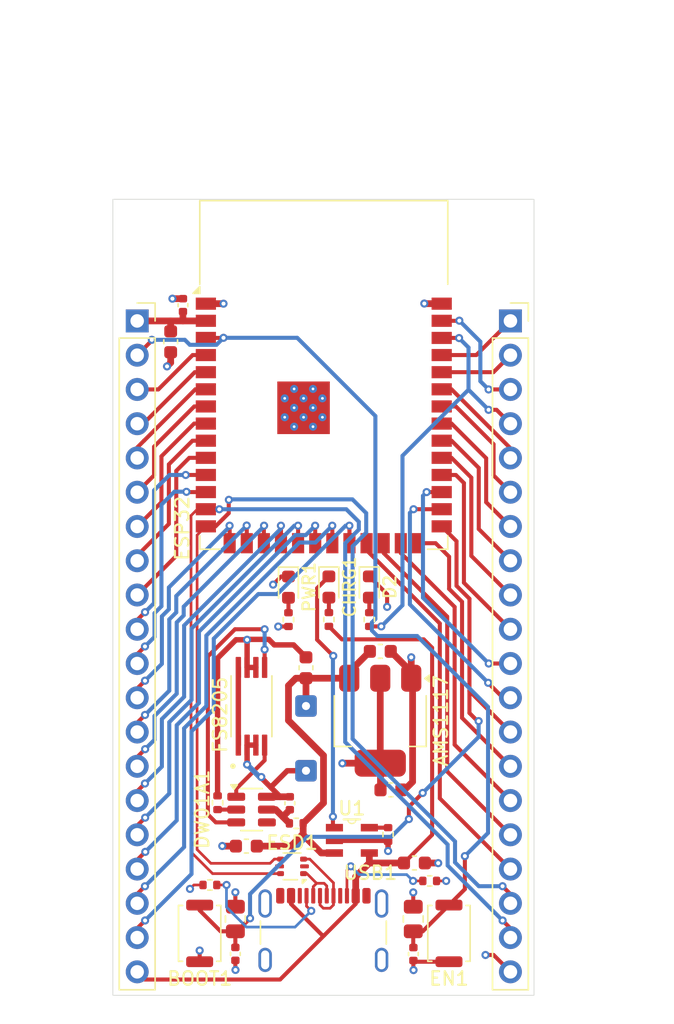
<source format=kicad_pcb>
(kicad_pcb (version 20240108) (generator "pcbnew") (generator_version "8.0")
  (layers (0 "F.Cu" signal) (1 "In1.Cu" power) (2 "In2.Cu" power) (31 "B.Cu" signal) (34 "B.Paste" user) (35 "F.Paste" user) (36 "B.SilkS" user "B.Silkscreen") (37 "F.SilkS" user "F.Silkscreen") (38 "B.Mask" user) (39 "F.Mask" user) (44 "Edge.Cuts" user))
  (net 0 "")
  (net 1 "GND")
  (net 2 "D0")
  (net 3 "+3.3V")
  (net 4 "EN")
  (net 5 "B+")
  (net 6 "B-")
  (net 7 "Net-(DW01A1-VCC)")
  (net 8 "+5V")
  (net 9 "Net-(CHRG1-K)")
  (net 10 "Net-(CHRG1-A)")
  (net 11 "Net-(D2-A)")
  (net 12 "Net-(DW01A1-CS)")
  (net 13 "Net-(DW01A1-OD)")
  (net 14 "Net-(DW01A1-OC)")
  (net 16 "D+")
  (net 17 "Net-(ESD1-I{slash}O2-Pad3)")
  (net 18 "D-")
  (net 19 "Net-(ESD1-I{slash}O1-Pad1)")
  (net 20 "D7")
  (net 21 "D14")
  (net 22 "D12")
  (net 23 "D38")
  (net 24 "D41")
  (net 25 "D36")
  (net 26 "D45")
  (net 27 "TX")
  (net 28 "D3")
  (net 29 "RX")
  (net 30 "D37")
  (net 31 "D17")
  (net 32 "D42")
  (net 33 "D8")
  (net 34 "D4")
  (net 35 "D16")
  (net 36 "D1")
  (net 37 "D10")
  (net 38 "D13")
  (net 39 "D40")
  (net 40 "D35")
  (net 41 "D5")
  (net 42 "D18")
  (net 43 "D2")
  (net 44 "D39")
  (net 45 "D9")
  (net 46 "D47")
  (net 47 "D15")
  (net 48 "D11")
  (net 49 "D21")
  (net 50 "D48")
  (net 51 "D46")
  (net 52 "D6")
  (net 53 "Net-(FS8205-Pad1)")
  (net 54 "Net-(PWR1-A)")
  (net 55 "Net-(USB1-CC1)")
  (net 56 "Net-(USB1-CC2)")
  (net 57 "Net-(U1-PROG)")
  (footprint "Capacitor_SMD:C_0603_1608Metric" (layer "F.Cu") (at 142.965 102.13 180)
    (property "Reference" "C5")
    (property "Value" "4.7uf")
  )
  (footprint "Resistor_SMD:R_0402_1005Metric" (layer "F.Cu") (at 146.09 85.335 90)
    (property "Reference" "R16")
    (property "Value" "1k")
  )
  (footprint "FS8205A:SOP65P640X120-8N" (layer "F.Cu") (at 143.345 91.76 90)
    (property "Reference" "FS8205")
    (property "Value" "FS8205A")
  )
  (footprint "Resistor_SMD:R_0402_1005Metric" (layer "F.Cu") (at 140.83 98.91 90)
    (property "Reference" "R7")
    (property "Value" "1k")
  )
  (footprint "Resistor_SMD:R_0805_2012Metric" (layer "F.Cu") (at 155.35 107.5325 -90)
    (property "Reference" "R3")
    (property "Value" "10k")
  )
  (footprint "Resistor_SMD:R_0402_1005Metric" (layer "F.Cu") (at 140.26 105.01 180)
    (property "Reference" "R1")
    (property "Value" "5k1")
  )
  (footprint "MCP73831T-5ACI_OT:SOT95P280X145-5N" (layer "F.Cu") (at 150.7954 101.7)
    (property "Reference" "U1")
    (property "Value" "MCP73831T-5ACI_OT")
  )
  (footprint "Button_Switch_SMD:SW_Push_SPST_NO_Alps_SKRK" (layer "F.Cu") (at 139.5 108.6 90)
    (property "Reference" "BOOT1")
    (property "Value" "SW_SPST")
  )
  (footprint "Connector_Wire:SolderWire-0.1sqmm_1x01_D0.4mm_OD1mm" (layer "F.Cu") (at 147.39 96.54)
    (property "Reference" "J3")
    (property "Value" "Conn_01x01")
  )
  (footprint "Capacitor_SMD:C_0402_1005Metric" (layer "F.Cu") (at 138.26 62.02 90)
    (property "Reference" "C2")
    (property "Value" "0.1uf")
  )
  (footprint "Package_TO_SOT_SMD:SOT-666" (layer "F.Cu") (at 146.355 103.63 180)
    (property "Reference" "ESD1")
    (property "Value" "USBLC6-2P6")
  )
  (footprint "LED_SMD:LED_0603_1608Metric" (layer "F.Cu") (at 152.09 82.9175 -90)
    (property "Reference" "D2")
    (property "Value" "RED LED")
  )
  (footprint "Resistor_SMD:R_0805_2012Metric" (layer "F.Cu") (at 142.15 107.5325 -90)
    (property "Reference" "R15")
    (property "Value" "10k")
  )
  (footprint "Connector_Wire:SolderWire-0.1sqmm_1x01_D0.4mm_OD1mm" (layer "F.Cu") (at 147.39 91.74)
    (property "Reference" "J2")
    (property "Value" "Conn_01x01")
  )
  (footprint "Capacitor_SMD:C_0402_1005Metric" (layer "F.Cu") (at 142.15 110.12 -90)
    (property "Reference" "C4")
    (property "Value" "0.1uf")
  )
  (footprint "Resistor_SMD:R_0402_1005Metric" (layer "F.Cu") (at 152.09 85.33 90)
    (property "Reference" "R6")
    (property "Value" "1k")
  )
  (footprint "LED_SMD:LED_0603_1608Metric" (layer "F.Cu") (at 146.09 82.9275 -90)
    (property "Reference" "PWR1")
    (property "Value" "BLUE LED")
  )
  (footprint "Connector_PinSocket_2.54mm:PinSocket_1x20_P2.54mm_Vertical" (layer "F.Cu") (at 134.865 63.19)
    (property "Reference" "J1")
    (property "Value" "Conn_01x20_Socket")
  )
  (footprint "Resistor_SMD:R_0402_1005Metric" (layer "F.Cu") (at 146.67 100.44)
    (property "Reference" "R8")
    (property "Value" "100R")
  )
  (footprint "Package_TO_SOT_SMD:SOT-223-3_TabPin2" (layer "F.Cu") (at 152.9 92.83 -90)
    (property "Reference" "AMS1117")
    (property "Value" "AMS1117-3.3")
  )
  (footprint "Package_TO_SOT_SMD:SOT-23-6" (layer "F.Cu") (at 143.3525 99.42)
    (property "Reference" "DW01A1")
    (property "Value" "DW01A")
  )
  (footprint "Capacitor_SMD:C_0402_1005Metric" (layer "F.Cu") (at 146.19 98.95 90)
    (property "Reference" "C6")
    (property "Value" "1uf")
  )
  (footprint "Button_Switch_SMD:SW_Push_SPST_NO_Alps_SKRK" (layer "F.Cu") (at 158 108.6 90)
    (property "Reference" "EN1")
    (property "Value" "SW_SPST")
  )
  (footprint "Connector_PinSocket_2.54mm:PinSocket_1x20_P2.54mm_Vertical" (layer "F.Cu") (at 162.56 63.19)
    (property "Reference" "J4")
    (property "Value" "Conn_01x20_Socket")
  )
  (footprint "Resistor_SMD:R_0402_1005Metric" (layer "F.Cu") (at 149.09 85.325 -90)
    (property "Reference" "R5")
    (property "Value" "1k")
  )
  (footprint "Capacitor_SMD:C_0603_1608Metric" (layer "F.Cu") (at 153.695 97.96)
    (property "Reference" "C8")
    (property "Value" "4.7uf")
  )
  (footprint "Connector_USB:USB_C_Receptacle_GCT_USB4105-xx-A_16P_TopMnt_Horizontal" (layer "F.Cu") (at 148.68 109.49)
    (property "Reference" "USB1")
    (property "Value" "USB_C_Receptacle_USB2.0_14P")
  )
  (footprint "Capacitor_SMD:C_0603_1608Metric" (layer "F.Cu") (at 137.35 64.735 -90)
    (property "Reference" "C1")
    (property "Value" "10uf")
  )
  (footprint "RF_Module:ESP32-S3-WROOM-1" (layer "F.Cu") (at 148.71 67.17)
    (property "Reference" "ESP32")
    (property "Value" "ESP32-S3-WROOM-1")
  )
  (footprint "Resistor_SMD:R_0402_1005Metric" (layer "F.Cu") (at 156.57 104.71)
    (property "Reference" "R2")
    (property "Value" "5k1")
  )
  (footprint "LED_SMD:LED_0603_1608Metric" (layer "F.Cu") (at 149.09 82.9175 -90)
    (property "Reference" "CHRG1")
    (property "Value" "GREEN LED")
  )
  (footprint "Resistor_SMD:R_0402_1005Metric" (layer "F.Cu") (at 153.48 101.27 90)
    (property "Reference" "R4")
    (property "Value" "2k")
  )
  (footprint "Capacitor_SMD:C_0402_1005Metric" (layer "F.Cu") (at 155.36 110.13 -90)
    (property "Reference" "C3")
    (property "Value" "0.1uf")
  )
  (footprint "Capacitor_SMD:C_0603_1608Metric" (layer "F.Cu") (at 155.435 103.38 180)
    (property "Reference" "C13")
    (property "Value" "4.7uf")
  )
  (footprint "Capacitor_SMD:C_0603_1608Metric" (layer "F.Cu") (at 152.905 87.69)
    (property "Reference" "C7")
    (property "Value" "4.7uf")
  )
  (footprint "Capacitor_SMD:C_0603_1608Metric" (layer "F.Cu") (at 147.39 88.905 -90)
    (property "Reference" "C9")
    (property "Value" "10uf")
  )
  (gr_rect (start 133.06 54.17) (end 164.31 113.19) (stroke (width 0.05)) (fill none) (layer "Edge.Cuts"))
  (segment (start 142.15 111.3) (end 142.16 111.31) (width 0.3) (layer "F.Cu") (net 1))
  (segment (start 146.47 87.21) (end 147.39 88.13) (width 0.4) (layer "F.Cu") (net 1))
  (segment (start 140.83 98.4) (end 140.83 88.192218) (width 0.4) (layer "F.Cu") (net 1))
  (segment (start 157.46 61.91) (end 156.18 61.91) (width 0.5) (layer "F.Cu") (net 1))
  (segment (start 155.2 89.68) (end 155.3 89.78) (width 0.5) (layer "F.Cu") (net 1))
  (segment (start 141.19 102.13) (end 141.18 102.12) (width 0.5) (layer "F.Cu") (net 1))
  (segment (start 138.26 61.54) (end 137.48 61.54) (width 0.5) (layer "F.Cu") (net 1))
  (segment (start 138.781284 105.301284) (end 139.072568 105.01) (width 0.2) (layer "F.Cu") (net 1))
  (segment (start 140.83 88.192218) (end 142.192218 86.83) (width 0.4) (layer "F.Cu") (net 1))
  (segment (start 145.55 82.14) (end 146.09 82.14) (width 0.3) (layer "F.Cu") (net 1))
  (segment (start 142.19 102.13) (end 141.19 102.13) (width 0.5) (layer "F.Cu") (net 1))
  (segment (start 139.072568 105.01) (end 139.75 105.01) (width 0.2) (layer "F.Cu") (net 1))
  (segment (start 160.71 110.2) (end 161.31 110.2) (width 0.3) (layer "F.Cu") (net 1))
  (segment (start 153.41 83.45) (end 152.09 82.13) (width 0.3) (layer "F.Cu") (net 1))
  (segment (start 143.05 86.8) (end 144.630661 86.8) (width 0.4) (layer "F.Cu") (net 1))
  (segment (start 155.36 110.61) (end 155.36 111.31) (width 0.3) (layer "F.Cu") (net 1))
  (segment (start 153.48 101.78) (end 153.48 102.49) (width 0.4) (layer "F.Cu") (net 1))
  (segment (start 143.02 86.83) (end 143.05 86.8) (width 0.4) (layer "F.Cu") (net 1))
  (segment (start 161.31 110.2) (end 162.56 111.45) (width 0.3) (layer "F.Cu") (net 1))
  (segment (start 142.15 110.6) (end 142.15 111.3) (width 0.3) (layer "F.Cu") (net 1))
  (segment (start 155.45 110.7) (end 155.36 110.61) (width 0.3) (layer "F.Cu") (net 1))
  (segment (start 145.040661 87.21) (end 146.47 87.21) (width 0.4) (layer "F.Cu") (net 1))
  (segment (start 137.35 66.29) (end 137.08 66.56) (width 0.5) (layer "F.Cu") (net 1))
  (segment (start 157.08 104.71) (end 157.79 104.71) (width 0.2) (layer "F.Cu") (net 1))
  (segment (start 155.2 89.68) (end 155.2 89.21) (width 0.5) (layer "F.Cu") (net 1))
  (segment (start 156.21 103.38) (end 157.19 103.38) (width 0.5) (layer "F.Cu") (net 1))
  (segment (start 156.18 61.91) (end 156.17 61.9) (width 0.5) (layer "F.Cu") (net 1))
  (segment (start 149.5 101.7) (end 153.4 101.7) (width 0.4) (layer "F.Cu") (net 1))
  (segment (start 154.7 97.96) (end 155.3 97.36) (width 0.5) (layer "F.Cu") (net 1))
  (segment (start 154.47 97.96) (end 154.7 97.96) (width 0.5) (layer "F.Cu") (net 1))
  (segment (start 143.02 88.88) (end 143.67 88.88) (width 0.4) (layer "F.Cu") (net 1))
  (segment (start 157.19 103.38) (end 157.2 103.39) (width 0.5) (layer "F.Cu") (net 1))
  (segment (start 139.5 110.7) (end 139.5 109.87) (width 0.3) (layer "F.Cu") (net 1))
  (segment (start 155.3 89.78) (end 155.3 97.36) (width 0.5) (layer "F.Cu") (net 1))
  (segment (start 144.630661 86.8) (end 145.040661 87.21) (width 0.4) (layer "F.Cu") (net 1))
  (segment (start 143.02 86.83) (end 143.02 88.88) (width 0.4) (layer "F.Cu") (net 1))
  (segment (start 142.192218 86.83) (end 143.02 86.83) (width 0.4) (layer "F.Cu") (net 1))
  (segment (start 153.41 84.39) (end 153.41 83.45) (width 0.3) (layer "F.Cu") (net 1))
  (segment (start 158 110.7) (end 155.45 110.7) (width 0.3) (layer "F.Cu") (net 1))
  (segment (start 137.35 65.51) (end 137.35 66.29) (width 0.5) (layer "F.Cu") (net 1))
  (segment (start 139.96 61.91) (end 141.27 61.91) (width 0.5) (layer "F.Cu") (net 1))
  (segment (start 155.2 89.21) (end 153.68 87.69) (width 0.5) (layer "F.Cu") (net 1))
  (segment (start 153.4 101.7) (end 153.48 101.78) (width 0.3) (layer "F.Cu") (net 1))
  (segment (start 155.36 111.31) (end 155.37 111.32) (width 0.3) (layer "F.Cu") (net 1))
  (segment (start 144.95 82.74) (end 145.55 82.14) (width 0.3) (layer "F.Cu") (net 1))
  (segment (start 155.2 88.13) (end 155.2 89.68) (width 0.5) (layer "F.Cu") (net 1))
  (via (at 142.16 111.31) (size 0.6) (drill 0.3) (layers "F.Cu" "B.Cu") (net 1))
  (via (at 157.2 103.39) (size 0.6) (drill 0.3) (layers "F.Cu" "B.Cu") (net 1))
  (via (at 157.79 104.71) (size 0.6) (drill 0.3) (layers "F.Cu" "B.Cu") (net 1))
  (via (at 144.95 82.74) (size 0.6) (drill 0.3) (layers "F.Cu" "B.Cu") (net 1))
  (via (at 137.48 61.54) (size 0.6) (drill 0.3) (layers "F.Cu" "B.Cu") (net 1))
  (via (at 138.781284 105.301284) (size 0.6) (drill 0.3) (layers "F.Cu" "B.Cu") (net 1))
  (via (at 139.5 109.87) (size 0.6) (drill 0.3) (layers "F.Cu" "B.Cu") (net 1))
  (via (at 155.37 111.32) (size 0.6) (drill 0.3) (layers "F.Cu" "B.Cu") (net 1))
  (via (at 160.71 110.2) (size 0.6) (drill 0.3) (layers "F.Cu" "B.Cu") (net 1))
  (via (at 155.2 88.13) (size 0.6) (drill 0.3) (layers "F.Cu" "B.Cu") (net 1))
  (via (at 141.18 102.12) (size 0.6) (drill 0.3) (layers "F.Cu" "B.Cu") (net 1))
  (via (at 141.27 61.91) (size 0.6) (drill 0.3) (layers "F.Cu" "B.Cu") (net 1))
  (via (at 153.41 84.39) (size 0.6) (drill 0.3) (layers "F.Cu" "B.Cu") (net 1))
  (via (at 143.02 86.83) (size 0.6) (drill 0.3) (layers "F.Cu" "B.Cu") (net 1))
  (via (at 137.08 66.56) (size 0.6) (drill 0.3) (layers "F.Cu" "B.Cu") (net 1))
  (via (at 153.48 102.49) (size 0.6) (drill 0.3) (layers "F.Cu" "B.Cu") (net 1))
  (via (at 156.17 61.9) (size 0.6) (drill 0.3) (layers "F.Cu" "B.Cu") (net 1))
  (segment (start 157.46 78.42) (end 158.56 79.52) (width 0.3) (layer "F.Cu") (net 2))
  (segment (start 160.2 92.860051) (end 160.120051 92.860051) (width 0.3) (layer "F.Cu") (net 2))
  (segment (start 139.5 106.5) (end 139.5 106.89) (width 0.3) (layer "F.Cu") (net 2))
  (segment (start 160.120051 92.860051) (end 159.52 92.26) (width 0.3) (layer "F.Cu") (net 2))
  (segment (start 142.275 108.445) (end 143.24 107.48) (width 0.3) (layer "F.Cu") (net 2))
  (segment (start 158.56 82.827818) (end 159.52 83.787818) (width 0.3) (layer "F.Cu") (net 2))
  (segment (start 142.15 108.445) (end 142.275 108.445) (width 0.3) (layer "F.Cu") (net 2))
  (segment (start 139.5 106.89) (end 141.055 108.445) (width 0.3) (layer "F.Cu") (net 2))
  (segment (start 159.52 83.787818) (end 159.52 90.63) (width 0.3) (layer "F.Cu") (net 2))
  (segment (start 141.055 108.445) (end 142.15 108.445) (width 0.3) (layer "F.Cu") (net 2))
  (segment (start 159.52 92.26) (end 159.52 90.63) (width 0.3) (layer "F.Cu") (net 2))
  (segment (start 155.025025 99.212084) (end 156.05 98.187109) (width 0.3) (layer "F.Cu") (net 2))
  (segment (start 158.56 79.52) (end 158.56 82.827818) (width 0.3) (layer "F.Cu") (net 2))
  (segment (start 159.52 90.63) (end 162.56 93.67) (width 0.3) (layer "F.Cu") (net 2))
  (segment (start 155.025025 100.124975) (end 155.025025 99.212084) (width 0.3) (layer "F.Cu") (net 2))
  (segment (start 142.15 108.445) (end 142.15 109.64) (width 0.3) (layer "F.Cu") (net 2))
  (via (at 160.2 92.860051) (size 0.6) (drill 0.3) (layers "F.Cu" "B.Cu") (net 2))
  (via (at 156.05 98.187109) (size 0.6) (drill 0.3) (layers "F.Cu" "B.Cu") (net 2))
  (via (at 143.24 107.48) (size 0.6) (drill 0.3) (layers "F.Cu" "B.Cu") (net 2))
  (via (at 155.025025 100.124975) (size 0.6) (drill 0.3) (layers "F.Cu" "B.Cu") (net 2))
  (segment (start 153.7101 101.4399) (end 155.025025 100.124975) (width 0.3) (layer "B.Cu") (net 2))
  (segment (start 160.2 92.860051) (end 160.2 94.037109) (width 0.3) (layer "B.Cu") (net 2))
  (segment (start 147.482308 101.4399) (end 153.7101 101.4399) (width 0.3) (layer "B.Cu") (net 2))
  (segment (start 143.24 105.682208) (end 147.482308 101.4399) (width 0.3) (layer "B.Cu") (net 2))
  (segment (start 160.2 94.037109) (end 156.05 98.187109) (width 0.3) (layer "B.Cu") (net 2))
  (segment (start 143.24 107.48) (end 143.24 105.682208) (width 0.3) (layer "B.Cu") (net 2))
  (segment (start 137.34 63.19) (end 138.26 63.19) (width 0.5) (layer "F.Cu") (net 3))
  (segment (start 139.95 63.19) (end 139.96 63.18) (width 0.5) (layer "F.Cu") (net 3))
  (segment (start 152.9 95.98) (end 150.1 95.98) (width 0.5) (layer "F.Cu") (net 3))
  (segment (start 155.35 106.62) (end 155.35 105.56) (width 0.3) (layer "F.Cu") (net 3))
  (segment (start 152.92 96) (end 152.9 95.98) (width 0.5) (layer "F.Cu") (net 3))
  (segment (start 150.1 95.98) (end 150.09 95.99) (width 0.5) (layer "F.Cu") (net 3))
  (segment (start 145.335 85.845) (end 145.33 85.85) (width 0.3) (layer "F.Cu") (net 3))
  (segment (start 138.26 62.5) (end 138.26 63.19) (width 0.5) (layer "F.Cu") (net 3))
  (segment (start 152.92 97.96) (end 152.92 96) (width 0.5) (layer "F.Cu") (net 3))
  (segment (start 152.9 89.68) (end 152.9 95.98) (width 0.5) (layer "F.Cu") (net 3))
  (segment (start 137.35 63.2) (end 137.34 63.19) (width 0.5) (layer "F.Cu") (net 3))
  (segment (start 134.865 63.19) (end 137.34 63.19) (width 0.5) (layer "F.Cu") (net 3))
  (segment (start 138.26 63.19) (end 139.95 63.19) (width 0.5) (layer "F.Cu") (net 3))
  (segment (start 142.15 106.62) (end 142.15 105.55) (width 0.3) (layer "F.Cu") (net 3))
  (segment (start 146.09 85.845) (end 145.335 85.845) (width 0.3) (layer "F.Cu") (net 3))
  (segment (start 137.35 63.96) (end 137.35 63.2) (width 0.5) (layer "F.Cu") (net 3))
  (via (at 155.35 105.56) (size 0.6) (drill 0.3) (layers "F.Cu" "B.Cu") (net 3))
  (via (at 145.33 85.85) (size 0.6) (drill 0.3) (layers "F.Cu" "B.Cu") (net 3))
  (via (at 142.15 105.55) (size 0.6) (drill 0.3) (layers "F.Cu" "B.Cu") (net 3))
  (via (at 150.09 95.99) (size 0.6) (drill 0.3) (layers "F.Cu" "B.Cu") (net 3))
  (segment (start 155.35 108.445) (end 155.35 109.64) (width 0.3) (layer "F.Cu") (net 4))
  (segment (start 141.26 64.45) (end 141.27 64.44) (width 0.3) (layer "F.Cu") (net 4))
  (segment (start 158 106.5) (end 159.18 105.32) (width 0.3) (layer "F.Cu") (net 4))
  (segment (start 135.95 64.645) (end 134.865 65.73) (width 0.3) (layer "F.Cu") (net 4))
  (segment (start 156.055 108.445) (end 155.35 108.445) (width 0.3) (layer "F.Cu") (net 4))
  (segment (start 155.35 109.64) (end 155.36 109.65) (width 0.3) (layer "F.Cu") (net 4))
  (segment (start 139.96 64.45) (end 141.26 64.45) (width 0.3) (layer "F.Cu") (net 4))
  (segment (start 135.95 64.590002) (end 135.95 64.645) (width 0.3) (layer "F.Cu") (net 4))
  (segment (start 158 106.5) (end 156.055 108.445) (width 0.3) (layer "F.Cu") (net 4))
  (segment (start 159.18 105.32) (end 159.18 102.87) (width 0.3) (layer "F.Cu") (net 4))
  (via (at 159.18 102.87) (size 0.6) (drill 0.3) (layers "F.Cu" "B.Cu") (net 4))
  (via (at 141.27 64.44) (size 0.6) (drill 0.3) (layers "F.Cu" "B.Cu") (net 4))
  (via (at 135.95 64.590002) (size 0.6) (drill 0.3) (layers "F.Cu" "B.Cu") (net 4))
  (segment (start 160.9 91.81) (end 155.64 86.55) (width 0.3) (layer "B.Cu") (net 4))
  (segment (start 160.9 101.15) (end 160.9 91.81) (width 0.3) (layer "B.Cu") (net 4))
  (segment (start 155.64 86.55) (end 152.69 86.55) (width 0.3) (layer "B.Cu") (net 4))
  (segment (start 152.28 85.55005) (end 152.54 85.29005) (width 0.3) (layer "B.Cu") (net 4))
  (segment (start 135.95 64.590002) (end 138.400002 64.590002) (width 0.3) (layer "B.Cu") (net 4))
  (segment (start 152.28 86.14) (end 152.28 85.55005) (width 0.3) (layer "B.Cu") (net 4))
  (segment (start 152.54 70.24) (end 146.74 64.44) (width 0.3) (layer "B.Cu") (net 4))
  (segment (start 146.74 64.44) (end 141.27 64.44) (width 0.3) (layer "B.Cu") (net 4))
  (segment (start 152.54 85.29005) (end 152.54 70.24) (width 0.3) (layer "B.Cu") (net 4))
  (segment (start 138.77 64.96) (end 140.75 64.96) (width 0.3) (layer "B.Cu") (net 4))
  (segment (start 138.400002 64.590002) (end 138.77 64.96) (width 0.3) (layer "B.Cu") (net 4))
  (segment (start 140.75 64.96) (end 141.27 64.44) (width 0.3) (layer "B.Cu") (net 4))
  (segment (start 152.69 86.55) (end 152.28 86.14) (width 0.3) (layer "B.Cu") (net 4))
  (segment (start 159.18 102.87) (end 160.9 101.15) (width 0.3) (layer "B.Cu") (net 4))
  (segment (start 147.39 89.68) (end 146.64 89.68) (width 0.5) (layer "F.Cu") (net 5))
  (segment (start 147.1056 101.2944) (end 146.27 102.13) (width 0.5) (layer "F.Cu") (net 5))
  (segment (start 148.69 98.93) (end 147.18 100.44) (width 0.5) (layer "F.Cu") (net 5))
  (segment (start 148.5254 102.6398) (end 147.18 101.2944) (width 0.5) (layer "F.Cu") (net 5))
  (segment (start 147.18 101.2944) (end 147.18 100.44) (width 0.5) (layer "F.Cu") (net 5))
  (segment (start 147.39 89.68) (end 147.39 91.74) (width 0.5) (layer "F.Cu") (net 5))
  (segment (start 146.09 92.81) (end 148.69 95.41) (width 0.5) (layer "F.Cu") (net 5))
  (segment (start 146.27 102.13) (end 143.74 102.13) (width 0.5) (layer "F.Cu") (net 5))
  (segment (start 146.09 90.23) (end 146.09 92.81) (width 0.5) (layer "F.Cu") (net 5))
  (segment (start 150.6 89.22) (end 152.13 87.69) (width 0.5) (layer "F.Cu") (net 5))
  (segment (start 150.6 89.68) (end 150.6 89.22) (width 0.5) (layer "F.Cu") (net 5))
  (segment (start 147.39 89.68) (end 150.6 89.68) (width 0.5) (layer "F.Cu") (net 5))
  (segment (start 147.18 101.2944) (end 147.1056 101.2944) (width 0.5) (layer "F.Cu") (net 5))
  (segment (start 149.5 102.6398) (end 148.5254 102.6398) (width 0.5) (layer "F.Cu") (net 5))
  (segment (start 148.69 95.41) (end 148.69 98.93) (width 0.5) (layer "F.Cu") (net 5))
  (segment (start 146.64 89.68) (end 146.09 90.23) (width 0.5) (layer "F.Cu") (net 5))
  (segment (start 143.020025 96.080025) (end 143.020025 94.640025) (width 0.4) (layer "F.Cu") (net 6))
  (segment (start 144.074975 97.064975) (end 144.074975 97.004975) (width 0.4) (layer "F.Cu") (net 6))
  (segment (start 143.020025 94.640025) (end 143.02 94.64) (width 0.4) (layer "F.Cu") (net 6))
  (segment (start 144.775 97.765) (end 146 96.54) (width 0.4) (layer "F.Cu") (net 6))
  (segment (start 145.48 98.47) (end 146.19 98.47) (width 0.5) (layer "F.Cu") (net 6))
  (segment (start 144.775 97.765) (end 144.074975 97.064975) (width 0.4) (layer "F.Cu") (net 6))
  (segment (start 146 96.54) (end 147.39 96.54) (width 0.4) (layer "F.Cu") (net 6))
  (segment (start 144.49 98.47) (end 145.48 98.47) (width 0.5) (layer "F.Cu") (net 6))
  (segment (start 143.67 94.64) (end 143.02 94.64) (width 0.4) (layer "F.Cu") (net 6))
  (segment (start 145.48 98.47) (end 144.775 97.765) (width 0.4) (layer "F.Cu") (net 6))
  (via (at 144.074975 97.004975) (size 0.6) (drill 0.3) (layers "F.Cu" "B.Cu") (net 6))
  (via (at 143.020025 96.080025) (size 0.6) (drill 0.3) (layers "F.Cu" "B.Cu") (net 6))
  (segment (start 144.074975 97.004975) (end 143.944975 97.004975) (width 0.4) (layer "B.Cu") (net 6))
  (segment (start 143.944975 97.004975) (end 143.020025 96.080025) (width 0.4) (layer "B.Cu") (net 6))
  (segment (start 146.19 99.43) (end 145.68 99.94) (width 0.5) (layer "F.Cu") (net 7))
  (segment (start 145.14 99.42) (end 144.49 99.42) (width 0.5) (layer "F.Cu") (net 7))
  (segment (start 145.68 99.96) (end 145.14 99.42) (width 0.5) (layer "F.Cu") (net 7))
  (segment (start 146.16 100.44) (end 145.68 99.96) (width 0.5) (layer "F.Cu") (net 7))
  (segment (start 144.5 99.41) (end 144.49 99.42) (width 0.5) (layer "F.Cu") (net 7))
  (segment (start 145.68 99.94) (end 145.68 99.96) (width 0.5) (layer "F.Cu") (net 7))
  (segment (start 148.749415 108.739415) (end 151.08 106.40883) (width 0.3) (layer "F.Cu") (net 8))
  (segment (start 152.0908 103.3792) (end 152.0916 103.38) (width 0.5) (layer "F.Cu") (net 8))
  (segment (start 156.75 101.29) (end 154.66 103.38) (width 0.3) (layer "F.Cu") (net 8))
  (segment (start 156.75 87.42) (end 156.75 101.29) (width 0.3) (layer "F.Cu") (net 8))
  (segment (start 152.0908 103.3792) (end 152.0908 102.6398) (width 0.5) (layer "F.Cu") (net 8))
  (segment (start 156.13 86.8) (end 156.75 87.42) (width 0.3) (layer "F.Cu") (net 8))
  (segment (start 150.055 86.8) (end 149.09 85.835) (width 0.3) (layer "F.Cu") (net 8))
  (segment (start 146.28 106.42) (end 148.599415 108.739415) (width 0.3) (layer "F.Cu") (net 8))
  (segment (start 156.13 86.8) (end 150.055 86.8) (width 0.3) (layer "F.Cu") (net 8))
  (segment (start 146.28 105.81) (end 146.28 106.42) (width 0.3) (layer "F.Cu") (net 8))
  (segment (start 148.599415 108.739415) (end 148.749415 108.739415) (width 0.3) (layer "F.Cu") (net 8))
  (segment (start 151.08 106.40883) (end 151.08 105.81) (width 0.3) (layer "F.Cu") (net 8))
  (segment (start 135.435 112.02) (end 145.46883 112.02) (width 0.3) (layer "F.Cu") (net 8))
  (segment (start 134.865 111.45) (end 135.435 112.02) (width 0.3) (layer "F.Cu") (net 8))
  (segment (start 151.08 104.39) (end 152.0908 103.3792) (width 0.5) (layer "F.Cu") (net 8))
  (segment (start 134.865 111.45) (end 134.865 110.761203) (width 0.3) (layer "F.Cu") (net 8))
  (segment (start 151.08 105.81) (end 151.08 104.39) (width 0.5) (layer "F.Cu") (net 8))
  (segment (start 152.0916 103.38) (end 154.66 103.38) (width 0.5) (layer "F.Cu") (net 8))
  (segment (start 145.46883 112.02) (end 148.749415 108.739415) (width 0.3) (layer "F.Cu") (net 8))
  (segment (start 149.39 100.6502) (end 149.5 100.7602) (width 0.3) (layer "F.Cu") (net 9))
  (segment (start 149.09 82.13) (end 148.215 83.005) (width 0.3) (layer "F.Cu") (net 9))
  (segment (start 149.39 99.94) (end 149.39 100.6502) (width 0.3) (layer "F.Cu") (net 9))
  (segment (start 149.415 88.025) (end 149.42 88.02) (width 0.3) (layer "F.Cu") (net 9))
  (segment (start 148.215 83.005) (end 148.215 86.825) (width 0.3) (layer "F.Cu") (net 9))
  (segment (start 148.215 86.825) (end 149.415 88.025) (width 0.3) (layer "F.Cu") (net 9))
  (via (at 149.415 88.025) (size 0.6) (drill 0.3) (layers "F.Cu" "B.Cu") (net 9))
  (via (at 149.39 99.94) (size 0.6) (drill 0.3) (layers "F.Cu" "B.Cu") (net 9))
  (segment (start 149.415 88.025) (end 149.39 88.05) (width 0.3) (layer "B.Cu") (net 9))
  (segment (start 149.39 88.05) (end 149.39 99.94) (width 0.3) (layer "B.Cu") (net 9))
  (segment (start 149.09 84.815) (end 149.09 83.705) (width 0.3) (layer "F.Cu") (net 10))
  (segment (start 152.09 83.705) (end 152.09 84.82) (width 0.3) (layer "F.Cu") (net 11))
  (segment (start 142.215 99.42) (end 140.83 99.42) (width 0.3) (layer "F.Cu") (net 12))
  (segment (start 142.215 98.47) (end 142.215 97.875) (width 0.3) (layer "F.Cu") (net 13))
  (segment (start 142.215 97.875) (end 144.32 95.77) (width 0.3) (layer "F.Cu") (net 13))
  (segment (start 144.32 95.77) (end 144.32 94.64) (width 0.3) (layer "F.Cu") (net 13))
  (segment (start 144.32 88.88) (end 144.32 87.55) (width 0.3) (layer "F.Cu") (net 14))
  (segment (start 140.699654 100.37) (end 142.215 100.37) (width 0.3) (layer "F.Cu") (net 14))
  (segment (start 144.32 86.05) (end 142.12369 86.05) (width 0.3) (layer "F.Cu") (net 14))
  (segment (start 140.11 99.780346) (end 140.699654 100.37) (width 0.3) (layer "F.Cu") (net 14))
  (segment (start 140.11 88.06369) (end 140.11 99.780346) (width 0.3) (layer "F.Cu") (net 14))
  (segment (start 142.12369 86.05) (end 140.11 88.06369) (width 0.3) (layer "F.Cu") (net 14))
  (via (at 144.32 86.05) (size 0.6) (drill 0.3) (layers "F.Cu" "B.Cu") (net 14))
  (via (at 144.32 87.55) (size 0.6) (drill 0.3) (layers "F.Cu" "B.Cu") (net 14))
  (segment (start 144.32 86.05) (end 144.32 87.55) (width 0.3) (layer "B.Cu") (net 14))
  (segment (start 141.24798 77.853087) (end 141.246963 77.853087) (width 0.3) (layer "F.Cu") (net 16))
  (segment (start 145.505 103.0925) (end 145.03938 103.0925) (width 0.2) (layer "F.Cu") (net 16))
  (segment (start 162.56 105.687058) (end 161.974745 105.101803) (width 0.3) (layer "F.Cu") (net 16))
  (segment (start 141.667651 76.453087) (end 141.65803 76.462708) (width 0.3) (layer "F.Cu") (net 16))
  (segment (start 162.56 106.37) (end 162.56 105.687058) (width 0.3) (layer "F.Cu") (net 16))
  (segment (start 139.31 102.3818) (end 139.31 79.07) (width 0.2) (layer "F.Cu") (net 16))
  (segment (start 145.03938 103.0925) (end 144.72688 103.405) (width 0.2) (layer "F.Cu") (net 16))
  (segment (start 141.65803 76.462708) (end 141.65803 77.443037) (width 0.3) (layer "F.Cu") (net 16))
  (segment (start 139.31 79.07) (end 139.96 78.42) (width 0.2) (layer "F.Cu") (net 16))
  (segment (start 141.246963 77.853087) (end 140.68005 78.42) (width 0.3) (layer "F.Cu") (net 16))
  (segment (start 144.72688 103.405) (end 140.3332 103.405) (width 0.2) (layer "F.Cu") (net 16))
  (segment (start 140.3332 103.405) (end 139.31 102.3818) (width 0.2) (layer "F.Cu") (net 16))
  (segment (start 140.68005 78.42) (end 139.96 78.42) (width 0.3) (layer "F.Cu") (net 16))
  (segment (start 141.65803 77.443037) (end 141.24798 77.853087) (width 0.3) (layer "F.Cu") (net 16))
  (via (at 141.667651 76.453087) (size 0.6) (drill 0.3) (layers "F.Cu" "B.Cu") (net 16))
  (via (at 161.974745 105.101803) (size 0.6) (drill 0.3) (layers "F.Cu" "B.Cu") (net 16))
  (segment (start 151.86 77.44) (end 151.86 78.887768) (width 0.3) (layer "B.Cu") (net 16))
  (segment (start 151.86 78.887768) (end 150.85 79.897768) (width 0.3) (layer "B.Cu") (net 16))
  (segment (start 141.700738 76.42) (end 150.84 76.42) (width 0.3) (layer "B.Cu") (net 16))
  (segment (start 150.85 94.182182) (end 158.45 101.782182) (width 0.3) (layer "B.Cu") (net 16))
  (segment (start 150.85 79.897768) (end 150.85 94.182182) (width 0.3) (layer "B.Cu") (net 16))
  (segment (start 160.214864 105.101803) (end 161.974745 105.101803) (width 0.3) (layer "B.Cu") (net 16))
  (segment (start 158.45 101.782182) (end 158.45 103.336939) (width 0.3) (layer "B.Cu") (net 16))
  (segment (start 158.45 103.336939) (end 160.214864 105.101803) (width 0.3) (layer "B.Cu") (net 16))
  (segment (start 141.667651 76.453087) (end 141.700738 76.42) (width 0.3) (layer "B.Cu") (net 16))
  (segment (start 150.84 76.42) (end 151.86 77.44) (width 0.3) (layer "B.Cu") (net 16))
  (segment (start 149.43 105.81) (end 149.43 104.85188) (width 0.2) (layer "F.Cu") (net 17))
  (segment (start 148.43 106.48812) (end 148.67688 106.735) (width 0.2) (layer "F.Cu") (net 17))
  (segment (start 149.43 106.48812) (end 149.43 105.81) (width 0.2) (layer "F.Cu") (net 17))
  (segment (start 148.67688 106.735) (end 149.18312 106.735) (width 0.2) (layer "F.Cu") (net 17))
  (segment (start 147.67062 103.0925) (end 147.205 103.0925) (width 0.2) (layer "F.Cu") (net 17))
  (segment (start 148.43 105.81) (end 148.43 106.48812) (width 0.2) (layer "F.Cu") (net 17))
  (segment (start 149.43 104.85188) (end 147.67062 103.0925) (width 0.2) (layer "F.Cu") (net 17))
  (segment (start 149.18312 106.735) (end 149.43 106.48812) (width 0.2) (layer "F.Cu") (net 17))
  (segment (start 140.95803 77.153087) (end 139.963087 77.153087) (width 0.3) (layer "F.Cu") (net 18))
  (segment (start 138.86 102.5682) (end 140.4593 104.1675) (width 0.2) (layer "F.Cu") (net 18))
  (segment (start 162.56 108.224757) (end 161.978992 107.643749) (width 0.3) (layer "F.Cu") (net 18))
  (segment (start 139.96 77.15) (end 139.33 77.15) (width 0.2) (layer "F.Cu") (net 18))
  (segment (start 162.56 108.91) (end 162.56 108.224757) (width 0.3) (layer "F.Cu") (net 18))
  (segment (start 139.963087 77.153087) (end 139.96 77.15) (width 0.3) (layer "F.Cu") (net 18))
  (segment (start 138.86 77.62) (end 138.86 102.5682) (width 0.2) (layer "F.Cu") (net 18))
  (segment (start 140.4593 104.1675) (end 145.505 104.1675) (width 0.2) (layer "F.Cu") (net 18))
  (segment (start 139.33 77.15) (end 138.86 77.62) (width 0.2) (layer "F.Cu") (net 18))
  (via (at 161.978992 107.643749) (size 0.6) (drill 0.3) (layers "F.Cu" "B.Cu") (net 18))
  (via (at 140.95803 77.153087) (size 0.6) (drill 0.3) (layers "F.Cu" "B.Cu") (net 18))
  (segment (start 157.9 103.564757) (end 157.9 102.01) (width 0.3) (layer "B.Cu") (net 18))
  (segment (start 150.3 94.41) (end 150.3 79.66995) (width 0.3) (layer "B.Cu") (net 18))
  (segment (start 157.9 102.01) (end 150.3 94.41) (width 0.3) (layer "B.Cu") (net 18))
  (segment (start 150.3 79.66995) (end 151.31 78.65995) (width 0.3) (layer "B.Cu") (net 18))
  (segment (start 150.383037 77.153087) (end 140.95803 77.153087) (width 0.3) (layer "B.Cu") (net 18))
  (segment (start 151.31 78.65995) (end 151.31 78.08005) (width 0.3) (layer "B.Cu") (net 18))
  (segment (start 151.31 78.08005) (end 150.383037 77.153087) (width 0.3) (layer "B.Cu") (net 18))
  (segment (start 161.978992 107.643749) (end 157.9 103.564757) (width 0.3) (layer "B.Cu") (net 18))
  (segment (start 148.735 104.885) (end 148.93 105.08) (width 0.2) (layer "F.Cu") (net 19))
  (segment (start 147.93 105.13188) (end 148.17688 104.885) (width 0.2) (layer "F.Cu") (net 19))
  (segment (start 148.17688 104.885) (end 148.735 104.885) (width 0.2) (layer "F.Cu") (net 19))
  (segment (start 148.93 105.08) (end 148.93 105.81) (width 0.2) (layer "F.Cu") (net 19))
  (segment (start 147.93 105.81) (end 147.93 105.13188) (width 0.2) (layer "F.Cu") (net 19))
  (segment (start 148.17688 104.885) (end 147.45938 104.1675) (width 0.2) (layer "F.Cu") (net 19))
  (segment (start 147.45938 104.1675) (end 147.205 104.1675) (width 0.2) (layer "F.Cu") (net 19))
  (segment (start 139.1 69.53) (end 139.96 69.53) (width 0.3) (layer "F.Cu") (net 20))
  (segment (start 136.115 74.64) (end 136.115 72.515) (width 0.3) (layer "F.Cu") (net 20))
  (segment (start 134.865 75.89) (end 136.115 74.64) (width 0.3) (layer "F.Cu") (net 20))
  (segment (start 136.115 72.515) (end 139.1 69.53) (width 0.3) (layer "F.Cu") (net 20))
  (segment (start 150.615 78.375) (end 150.61 78.37) (width 0.3) (layer "F.Cu") (net 21))
  (segment (start 134.865 108.91) (end 134.865 108.227617) (width 0.3) (layer "F.Cu") (net 21))
  (segment (start 134.865 108.227617) (end 135.451291 107.641326) (width 0.3) (layer "F.Cu") (net 21))
  (segment (start 150.615 79.67) (end 150.615 78.375) (width 0.3) (layer "F.Cu") (net 21))
  (via (at 135.451291 107.641326) (size 0.6) (drill 0.3) (layers "F.Cu" "B.Cu") (net 21))
  (via (at 150.61 78.37) (size 0.6) (drill 0.3) (layers "F.Cu" "B.Cu") (net 21))
  (segment (start 140.547193 91.969691) (end 140.547193 86.746261) (width 0.3) (layer "B.Cu") (net 21))
  (segment (start 145.25995 83.44) (end 150.32995 78.37) (width 0.3) (layer "B.Cu") (net 21))
  (segment (start 138.89641 104.196207) (end 138.89641 93.620474) (width 0.3) (layer "B.Cu") (net 21))
  (segment (start 140.547193 86.746261) (end 143.853454 83.44) (width 0.3) (layer "B.Cu") (net 21))
  (segment (start 143.853454 83.44) (end 145.25995 83.44) (width 0.3) (layer "B.Cu") (net 21))
  (segment (start 135.451291 107.641326) (end 138.89641 104.196207) (width 0.3) (layer "B.Cu") (net 21))
  (segment (start 150.32995 78.37) (end 150.61 78.37) (width 0.3) (layer "B.Cu") (net 21))
  (segment (start 138.89641 93.620474) (end 140.547193 91.969691) (width 0.3) (layer "B.Cu") (net 21))
  (segment (start 148.075 78.375) (end 148.07 78.37) (width 0.3) (layer "F.Cu") (net 22))
  (segment (start 148.075 79.67) (end 148.075 78.375) (width 0.3) (layer "F.Cu") (net 22))
  (segment (start 134.865 103.83) (end 134.865 103.155537) (width 0.3) (layer "F.Cu") (net 22))
  (segment (start 134.865 103.155537) (end 135.466186 102.554351) (width 0.3) (layer "F.Cu") (net 22))
  (via (at 148.07 78.37) (size 0.6) (drill 0.3) (layers "F.Cu" "B.Cu") (net 22))
  (via (at 135.466186 102.554351) (size 0.6) (drill 0.3) (layers "F.Cu" "B.Cu") (net 22))
  (segment (start 135.466186 102.554351) (end 137.79641 100.224127) (width 0.3) (layer "B.Cu") (net 22))
  (segment (start 139.447193 91.514055) (end 139.447193 86.227934) (width 0.3) (layer "B.Cu") (net 22))
  (segment (start 147.37 79.07) (end 148.07 78.37) (width 0.3) (layer "B.Cu") (net 22))
  (segment (start 146.605127 79.07) (end 147.37 79.07) (width 0.3) (layer "B.Cu") (net 22))
  (segment (start 137.79641 100.224127) (end 137.79641 93.164838) (width 0.3) (layer "B.Cu") (net 22))
  (segment (start 139.447193 86.227934) (end 146.605127 79.07) (width 0.3) (layer "B.Cu") (net 22))
  (segment (start 137.79641 93.164838) (end 139.447193 91.514055) (width 0.3) (layer "B.Cu") (net 22))
  (segment (start 158.19 73.34) (end 159.66 74.81) (width 0.3) (layer "F.Cu") (net 23))
  (segment (start 157.46 73.34) (end 158.19 73.34) (width 0.3) (layer "F.Cu") (net 23))
  (segment (start 159.66 80.61) (end 162.56 83.51) (width 0.3) (layer "F.Cu") (net 23))
  (segment (start 159.66 74.81) (end 159.66 80.61) (width 0.3) (layer "F.Cu") (net 23))
  (segment (start 161.31 72.33) (end 161.31 74.64) (width 0.3) (layer "F.Cu") (net 24))
  (segment (start 158.51 69.53) (end 161.31 72.33) (width 0.3) (layer "F.Cu") (net 24))
  (segment (start 161.31 74.64) (end 162.56 75.89) (width 0.3) (layer "F.Cu") (net 24))
  (segment (start 157.46 69.53) (end 158.51 69.53) (width 0.3) (layer "F.Cu") (net 24))
  (segment (start 160.95 88.59) (end 162.56 88.59) (width 0.3) (layer "F.Cu") (net 25))
  (segment (start 157.46 75.88) (end 156.34 75.88) (width 0.3) (layer "F.Cu") (net 25))
  (via (at 156.34 75.88) (size 0.6) (drill 0.3) (layers "F.Cu" "B.Cu") (net 25))
  (via (at 160.95 88.59) (size 0.6) (drill 0.3) (layers "F.Cu" "B.Cu") (net 25))
  (segment (start 156.34 75.88) (end 156.07 76.15) (width 0.3) (layer "B.Cu") (net 25))
  (segment (start 156.07 76.15) (end 156.07 83.71) (width 0.3) (layer "B.Cu") (net 25))
  (segment (start 156.07 83.71) (end 160.95 88.59) (width 0.3) (layer "B.Cu") (net 25))
  (segment (start 158.01 80.67) (end 158.01 83.055636) (width 0.3) (layer "F.Cu") (net 26))
  (segment (start 158.97 92.62) (end 162.56 96.21) (width 0.3) (layer "F.Cu") (net 26))
  (segment (start 158.01 83.055636) (end 158.97 84.015636) (width 0.3) (layer "F.Cu") (net 26))
  (segment (start 158.97 84.015636) (end 158.97 92.62) (width 0.3) (layer "F.Cu") (net 26))
  (segment (start 155.695 79.67) (end 157.01 79.67) (width 0.3) (layer "F.Cu") (net 26))
  (segment (start 157.01 79.67) (end 158.01 80.67) (width 0.3) (layer "F.Cu") (net 26))
  (segment (start 160.03 65.72) (end 162.56 63.19) (width 0.3) (layer "F.Cu") (net 27))
  (segment (start 157.46 65.72) (end 160.03 65.72) (width 0.3) (layer "F.Cu") (net 27))
  (segment (start 141.725 78.375) (end 141.72 78.37) (width 0.3) (layer "F.Cu") (net 28))
  (segment (start 134.865 90.444819) (end 135.446123 89.863696) (width 0.3) (layer "F.Cu") (net 28))
  (segment (start 134.865 91.13) (end 134.865 90.444819) (width 0.3) (layer "F.Cu") (net 28))
  (segment (start 141.725 79.67) (end 141.725 78.375) (width 0.3) (layer "F.Cu") (net 28))
  (via (at 141.72 78.37) (size 0.6) (drill 0.3) (layers "F.Cu" "B.Cu") (net 28))
  (via (at 135.446123 89.863696) (size 0.6) (drill 0.3) (layers "F.Cu" "B.Cu") (net 28))
  (segment (start 137.215 82.950636) (end 137.215 84.571037) (width 0.3) (layer "B.Cu") (net 28))
  (segment (start 141.72 78.37) (end 141.72 78.445636) (width 0.3) (layer "B.Cu") (net 28))
  (segment (start 141.72 78.445636) (end 137.215 82.950636) (width 0.3) (layer "B.Cu") (net 28))
  (segment (start 136.697193 88.612626) (end 135.446123 89.863696) (width 0.3) (layer "B.Cu") (net 28))
  (segment (start 136.697193 85.088844) (end 136.697193 88.612626) (width 0.3) (layer "B.Cu") (net 28))
  (segment (start 137.215 84.571037) (end 136.697193 85.088844) (width 0.3) (layer "B.Cu") (net 28))
  (segment (start 157.46 66.99) (end 161.3 66.99) (width 0.3) (layer "F.Cu") (net 29))
  (segment (start 161.3 66.99) (end 162.56 65.73) (width 0.3) (layer "F.Cu") (net 29))
  (segment (start 157.46 74.61) (end 158.51 74.61) (width 0.3) (layer "F.Cu") (net 30))
  (segment (start 158.51 74.61) (end 159.11 75.21) (width 0.3) (layer "F.Cu") (net 30))
  (segment (start 159.11 82.6) (end 162.56 86.05) (width 0.3) (layer "F.Cu") (net 30))
  (segment (start 159.11 75.21) (end 159.11 82.6) (width 0.3) (layer "F.Cu") (net 30))
  (segment (start 137.765 74.305) (end 137.765 80.61) (width 0.3) (layer "F.Cu") (net 31))
  (segment (start 137.765 80.61) (end 134.865 83.51) (width 0.3) (layer "F.Cu") (net 31))
  (segment (start 138.73 73.34) (end 137.765 74.305) (width 0.3) (layer "F.Cu") (net 31))
  (segment (start 139.96 73.34) (end 138.73 73.34) (width 0.3) (layer "F.Cu") (net 31))
  (segment (start 157.46 68.26) (end 158.19 68.26) (width 0.3) (layer "F.Cu") (net 32))
  (segment (start 158.19 68.26) (end 162.56 72.63) (width 0.3) (layer "F.Cu") (net 32))
  (segment (start 162.56 72.63) (end 162.56 73.35) (width 0.3) (layer "F.Cu") (net 32))
  (segment (start 138.54 75.88) (end 138.52 75.86) (width 0.3) (layer "F.Cu") (net 33))
  (segment (start 139.96 75.88) (end 138.54 75.88) (width 0.3) (layer "F.Cu") (net 33))
  (segment (start 134.865 87.902708) (end 134.865 88.59) (width 0.3) (layer "F.Cu") (net 33))
  (segment (start 135.442253 87.325455) (end 134.865 87.902708) (width 0.3) (layer "F.Cu") (net 33))
  (via (at 138.52 75.86) (size 0.6) (drill 0.3) (layers "F.Cu" "B.Cu") (net 33))
  (via (at 135.442253 87.325455) (size 0.6) (drill 0.3) (layers "F.Cu" "B.Cu") (net 33))
  (segment (start 136.147193 86.620515) (end 136.147193 84.861026) (width 0.3) (layer "B.Cu") (net 33))
  (segment (start 137.63 75.85) (end 138.51 75.85) (width 0.3) (layer "B.Cu") (net 33))
  (segment (start 138.51 75.85) (end 138.52 75.86) (width 0.3) (layer "B.Cu") (net 33))
  (segment (start 135.442253 87.325455) (end 136.147193 86.620515) (width 0.3) (layer "B.Cu") (net 33))
  (segment (start 136.665 84.343219) (end 136.665 76.815) (width 0.3) (layer "B.Cu") (net 33))
  (segment (start 136.147193 84.861026) (end 136.665 84.343219) (width 0.3) (layer "B.Cu") (net 33))
  (segment (start 136.665 76.815) (end 137.63 75.85) (width 0.3) (layer "B.Cu") (net 33))
  (segment (start 136.43 68.27) (end 138.98 65.72) (width 0.3) (layer "F.Cu") (net 34))
  (segment (start 138.98 65.72) (end 139.96 65.72) (width 0.3) (layer "F.Cu") (net 34))
  (segment (start 134.865 68.27) (end 136.43 68.27) (width 0.3) (layer "F.Cu") (net 34))
  (segment (start 138.97 72.07) (end 139.96 72.07) (width 0.3) (layer "F.Cu") (net 35))
  (segment (start 137.215 78.237893) (end 137.215 73.825) (width 0.3) (layer "F.Cu") (net 35))
  (segment (start 134.865 80.587893) (end 137.215 78.237893) (width 0.3) (layer "F.Cu") (net 35))
  (segment (start 137.215 73.825) (end 138.97 72.07) (width 0.3) (layer "F.Cu") (net 35))
  (segment (start 134.865 80.97) (end 134.865 80.587893) (width 0.3) (layer "F.Cu") (net 35))
  (segment (start 157.46 63.18) (end 158.76 63.18) (width 0.3) (layer "F.Cu") (net 36))
  (segment (start 158.76 63.18) (end 158.77 63.17) (width 0.3) (layer "F.Cu") (net 36))
  (segment (start 160.94 68.27) (end 162.56 68.27) (width 0.3) (layer "F.Cu") (net 36))
  (via (at 160.94 68.27) (size 0.6) (drill 0.3) (layers "F.Cu" "B.Cu") (net 36))
  (via (at 158.77 63.17) (size 0.6) (drill 0.3) (layers "F.Cu" "B.Cu") (net 36))
  (segment (start 158.77 63.17) (end 160.33 64.73) (width 0.3) (layer "B.Cu") (net 36))
  (segment (start 160.33 64.73) (end 160.33 67.66) (width 0.3) (layer "B.Cu") (net 36))
  (segment (start 160.33 67.66) (end 160.94 68.27) (width 0.3) (layer "B.Cu") (net 36))
  (segment (start 134.865 98.062052) (end 135.441056 97.485996) (width 0.3) (layer "F.Cu") (net 37))
  (segment (start 134.865 98.75) (end 134.865 98.062052) (width 0.3) (layer "F.Cu") (net 37))
  (segment (start 145.535 78.375) (end 145.53 78.37) (width 0.3) (layer "F.Cu") (net 37))
  (segment (start 145.535 79.67) (end 145.535 78.375) (width 0.3) (layer "F.Cu") (net 37))
  (via (at 135.441056 97.485996) (size 0.6) (drill 0.3) (layers "F.Cu" "B.Cu") (net 37))
  (via (at 145.53 78.37) (size 0.6) (drill 0.3) (layers "F.Cu" "B.Cu") (net 37))
  (segment (start 138.347193 91.058419) (end 136.69641 92.709202) (width 0.3) (layer "B.Cu") (net 37))
  (segment (start 145.53 78.589491) (end 138.347193 85.772298) (width 0.3) (layer "B.Cu") (net 37))
  (segment (start 138.347193 85.772298) (end 138.347193 91.058419) (width 0.3) (layer "B.Cu") (net 37))
  (segment (start 136.69641 92.709202) (end 136.69641 96.230642) (width 0.3) (layer "B.Cu") (net 37))
  (segment (start 145.53 78.37) (end 145.53 78.589491) (width 0.3) (layer "B.Cu") (net 37))
  (segment (start 136.69641 96.230642) (end 135.441056 97.485996) (width 0.3) (layer "B.Cu") (net 37))
  (segment (start 134.865 105.681203) (end 135.439511 105.106692) (width 0.3) (layer "F.Cu") (net 38))
  (segment (start 134.865 106.37) (end 134.865 105.681203) (width 0.3) (layer "F.Cu") (net 38))
  (segment (start 149.345 78.375) (end 149.34 78.37) (width 0.3) (layer "F.Cu") (net 38))
  (segment (start 149.345 79.67) (end 149.345 78.375) (width 0.3) (layer "F.Cu") (net 38))
  (via (at 149.34 78.37) (size 0.6) (drill 0.3) (layers "F.Cu" "B.Cu") (net 38))
  (via (at 135.439511 105.106692) (size 0.6) (drill 0.3) (layers "F.Cu" "B.Cu") (net 38))
  (segment (start 139.997193 91.741873) (end 138.34641 93.392656) (width 0.3) (layer "B.Cu") (net 38))
  (segment (start 146.895636 79.62) (end 139.997193 86.518443) (width 0.3) (layer "B.Cu") (net 38))
  (segment (start 149.34 78.37) (end 148.09 79.62) (width 0.3) (layer "B.Cu") (net 38))
  (segment (start 138.34641 93.392656) (end 138.34641 102.199793) (width 0.3) (layer "B.Cu") (net 38))
  (segment (start 139.997193 86.518443) (end 139.997193 91.741873) (width 0.3) (layer "B.Cu") (net 38))
  (segment (start 148.09 79.62) (end 146.895636 79.62) (width 0.3) (layer "B.Cu") (net 38))
  (segment (start 138.34641 102.199793) (end 135.439511 105.106692) (width 0.3) (layer "B.Cu") (net 38))
  (segment (start 160.76 73.37) (end 160.76 76.63) (width 0.3) (layer "F.Cu") (net 39))
  (segment (start 160.76 76.63) (end 162.56 78.43) (width 0.3) (layer "F.Cu") (net 39))
  (segment (start 157.46 70.8) (end 158.19 70.8) (width 0.3) (layer "F.Cu") (net 39))
  (segment (start 158.19 70.8) (end 160.76 73.37) (width 0.3) (layer "F.Cu") (net 39))
  (segment (start 155.37 77.15) (end 157.46 77.15) (width 0.3) (layer "F.Cu") (net 40))
  (segment (start 160.91 90.02) (end 160.91 90.03) (width 0.3) (layer "F.Cu") (net 40))
  (segment (start 160.91 90.03) (end 162.01 91.13) (width 0.3) (layer "F.Cu") (net 40))
  (segment (start 162.01 91.13) (end 162.56 91.13) (width 0.3) (layer "F.Cu") (net 40))
  (via (at 155.37 77.15) (size 0.6) (drill 0.3) (layers "F.Cu" "B.Cu") (net 40))
  (via (at 160.91 90.02) (size 0.6) (drill 0.3) (layers "F.Cu" "B.Cu") (net 40))
  (segment (start 155.1 84.21) (end 160.91 90.02) (width 0.3) (layer "B.Cu") (net 40))
  (segment (start 155.1 77.42) (end 155.1 84.21) (width 0.3) (layer "B.Cu") (net 40))
  (segment (start 155.37 77.15) (end 155.1 77.42) (width 0.3) (layer "B.Cu") (net 40))
  (segment (start 139.14 66.99) (end 139.96 66.99) (width 0.3) (layer "F.Cu") (net 41))
  (segment (start 135.32 70.81) (end 139.14 66.99) (width 0.3) (layer "F.Cu") (net 41))
  (segment (start 134.865 70.81) (end 135.32 70.81) (width 0.3) (layer "F.Cu") (net 41))
  (segment (start 135.447193 84.783208) (end 134.865 85.365401) (width 0.3) (layer "F.Cu") (net 42))
  (segment (start 134.865 85.365401) (end 134.865 86.05) (width 0.3) (layer "F.Cu") (net 42))
  (segment (start 139.96 74.61) (end 138.465 74.61) (width 0.3) (layer "F.Cu") (net 42))
  (via (at 138.465 74.61) (size 0.6) (drill 0.3) (layers "F.Cu" "B.Cu") (net 42))
  (via (at 135.447193 84.783208) (size 0.6) (drill 0.3) (layers "F.Cu" "B.Cu") (net 42))
  (segment (start 137.26 74.61) (end 138.465 74.61) (width 0.3) (layer "B.Cu") (net 42))
  (segment (start 136.115 75.755) (end 137.26 74.61) (width 0.3) (layer "B.Cu") (net 42))
  (segment (start 136.115 84.115401) (end 136.115 75.755) (width 0.3) (layer "B.Cu") (net 42))
  (segment (start 135.447193 84.783208) (end 136.115 84.115401) (width 0.3) (layer "B.Cu") (net 42))
  (segment (start 152.98 85.84) (end 152.09 85.84) (width 0.3) (layer "F.Cu") (net 43))
  (segment (start 157.46 64.45) (end 158.74 64.45) (width 0.3) (layer "F.Cu") (net 43))
  (segment (start 158.74 64.45) (end 158.75 64.46) (width 0.3) (layer "F.Cu") (net 43))
  (segment (start 160.94 69.78) (end 161.53 69.78) (width 0.3) (layer "F.Cu") (net 43))
  (segment (start 161.53 69.78) (end 162.56 70.81) (width 0.3) (layer "F.Cu") (net 43))
  (via (at 152.98 85.84) (size 0.6) (drill 0.3) (layers "F.Cu" "B.Cu") (net 43))
  (via (at 158.75 64.46) (size 0.6) (drill 0.3) (layers "F.Cu" "B.Cu") (net 43))
  (via (at 160.94 69.78) (size 0.6) (drill 0.3) (layers "F.Cu" "B.Cu") (net 43))
  (segment (start 159.45 68.29) (end 159.45 65.16) (width 0.3) (layer "B.Cu") (net 43))
  (segment (start 152.98 85.84) (end 154.55 84.27) (width 0.3) (layer "B.Cu") (net 43))
  (segment (start 160.94 69.78) (end 159.45 68.29) (width 0.3) (layer "B.Cu") (net 43))
  (segment (start 159.45 68.29) (end 154.55 73.19) (width 0.3) (layer "B.Cu") (net 43))
  (segment (start 159.45 65.16) (end 158.75 64.46) (width 0.3) (layer "B.Cu") (net 43))
  (segment (start 154.55 73.19) (end 154.55 84.27) (width 0.3) (layer "B.Cu") (net 43))
  (segment (start 160.21 78.62) (end 162.56 80.97) (width 0.3) (layer "F.Cu") (net 44))
  (segment (start 158.19 72.07) (end 160.21 74.09) (width 0.3) (layer "F.Cu") (net 44))
  (segment (start 157.46 72.07) (end 158.19 72.07) (width 0.3) (layer "F.Cu") (net 44))
  (segment (start 160.21 74.09) (end 160.21 78.62) (width 0.3) (layer "F.Cu") (net 44))
  (segment (start 144.265 78.385) (end 144.28 78.37) (width 0.3) (layer "F.Cu") (net 45))
  (segment (start 144.265 79.67) (end 144.265 78.385) (width 0.3) (layer "F.Cu") (net 45))
  (segment (start 134.865 95.529372) (end 135.454557 94.939815) (width 0.3) (layer "F.Cu") (net 45))
  (segment (start 134.865 96.21) (end 134.865 95.529372) (width 0.3) (layer "F.Cu") (net 45))
  (via (at 135.454557 94.939815) (size 0.6) (drill 0.3) (layers "F.Cu" "B.Cu") (net 45))
  (via (at 144.28 78.37) (size 0.6) (drill 0.3) (layers "F.Cu" "B.Cu") (net 45))
  (segment (start 138.315 85.026673) (end 138.315 84.375) (width 0.3) (layer "B.Cu") (net 45))
  (segment (start 137.797193 85.54448) (end 138.315 85.026673) (width 0.3) (layer "B.Cu") (net 45))
  (segment (start 135.454557 94.939815) (end 136.14641 94.247962) (width 0.3) (layer "B.Cu") (net 45))
  (segment (start 136.14641 92.481384) (end 137.797193 90.830601) (width 0.3) (layer "B.Cu") (net 45))
  (segment (start 138.315 84.375) (end 144.28 78.41) (width 0.3) (layer "B.Cu") (net 45))
  (segment (start 144.28 78.41) (end 144.28 78.37) (width 0.3) (layer "B.Cu") (net 45))
  (segment (start 136.14641 94.247962) (end 136.14641 92.481384) (width 0.3) (layer "B.Cu") (net 45))
  (segment (start 137.797193 90.830601) (end 137.797193 85.54448) (width 0.3) (layer "B.Cu") (net 45))
  (segment (start 157.87 96.6) (end 162.56 101.29) (width 0.3) (layer "F.Cu") (net 46))
  (segment (start 157.87 85.115) (end 157.87 96.6) (width 0.3) (layer "F.Cu") (net 46))
  (segment (start 153.155 80.4) (end 157.87 85.115) (width 0.3) (layer "F.Cu") (net 46))
  (segment (start 153.155 79.67) (end 153.155 80.4) (width 0.3) (layer "F.Cu") (net 46))
  (segment (start 136.665 76.63) (end 136.665 73.225) (width 0.3) (layer "F.Cu") (net 47))
  (segment (start 139.09 70.8) (end 139.96 70.8) (width 0.3) (layer "F.Cu") (net 47))
  (segment (start 136.665 73.225) (end 139.09 70.8) (width 0.3) (layer "F.Cu") (net 47))
  (segment (start 134.865 78.43) (end 136.665 76.63) (width 0.3) (layer "F.Cu") (net 47))
  (segment (start 134.865 101.29) (end 134.865 100.61006) (width 0.3) (layer "F.Cu") (net 48))
  (segment (start 134.865 100.61006) (end 135.455842 100.019218) (width 0.3) (layer "F.Cu") (net 48))
  (segment (start 146.805 78.375) (end 146.8 78.37) (width 0.3) (layer "F.Cu") (net 48))
  (segment (start 146.805 79.67) (end 146.805 78.375) (width 0.3) (layer "F.Cu") (net 48))
  (via (at 135.455842 100.019218) (size 0.6) (drill 0.3) (layers "F.Cu" "B.Cu") (net 48))
  (via (at 146.8 78.37) (size 0.6) (drill 0.3) (layers "F.Cu" "B.Cu") (net 48))
  (segment (start 137.24641 98.22865) (end 135.455842 100.019218) (width 0.3) (layer "B.Cu") (net 48))
  (segment (start 138.897193 91.286237) (end 137.24641 92.93702) (width 0.3) (layer "B.Cu") (net 48))
  (segment (start 138.897193 86.000116) (end 138.897193 91.286237) (width 0.3) (layer "B.Cu") (net 48))
  (segment (start 146.8 78.37) (end 146.527309 78.37) (width 0.3) (layer "B.Cu") (net 48))
  (segment (start 146.527309 78.37) (end 138.897193 86.000116) (width 0.3) (layer "B.Cu") (net 48))
  (segment (start 137.24641 92.93702) (end 137.24641 98.22865) (width 0.3) (layer "B.Cu") (net 48))
  (segment (start 146.8 78.37) (end 146.59 78.37) (width 0.3) (layer "B.Cu") (net 48))
  (segment (start 157.32 98.59) (end 162.56 103.83) (width 0.3) (layer "F.Cu") (net 49))
  (segment (start 151.885 80.185) (end 157.32 85.62) (width 0.3) (layer "F.Cu") (net 49))
  (segment (start 157.32 85.62) (end 157.32 98.59) (width 0.3) (layer "F.Cu") (net 49))
  (segment (start 151.885 79.67) (end 151.885 80.185) (width 0.3) (layer "F.Cu") (net 49))
  (segment (start 154.425 79.67) (end 154.425 80.4) (width 0.3) (layer "F.Cu") (net 50))
  (segment (start 158.42 94.61) (end 162.56 98.75) (width 0.3) (layer "F.Cu") (net 50))
  (segment (start 158.42 84.395) (end 158.42 94.61) (width 0.3) (layer "F.Cu") (net 50))
  (segment (start 154.425 80.4) (end 158.42 84.395) (width 0.3) (layer "F.Cu") (net 50))
  (segment (start 142.995 78.365) (end 142.99 78.36) (width 0.3) (layer "F.Cu") (net 51))
  (segment (start 142.995 79.67) (end 142.995 78.365) (width 0.3) (layer "F.Cu") (net 51))
  (segment (start 134.865 93.67) (end 134.865 92.984976) (width 0.3) (layer "F.Cu") (net 51))
  (segment (start 134.865 92.984976) (end 135.44641 92.403566) (width 0.3) (layer "F.Cu") (net 51))
  (via (at 135.44641 92.403566) (size 0.6) (drill 0.3) (layers "F.Cu" "B.Cu") (net 51))
  (via (at 142.99 78.36) (size 0.6) (drill 0.3) (layers "F.Cu" "B.Cu") (net 51))
  (segment (start 142.99 78.36) (end 137.765 83.585001) (width 0.3) (layer "B.Cu") (net 51))
  (segment (start 137.247193 85.316662) (end 137.247193 90.602783) (width 0.3) (layer "B.Cu") (net 51))
  (segment (start 137.247193 90.602783) (end 135.44641 92.403566) (width 0.3) (layer "B.Cu") (net 51))
  (segment (start 137.765 84.798855) (end 137.247193 85.316662) (width 0.3) (layer "B.Cu") (net 51))
  (segment (start 137.765 83.585001) (end 137.765 84.798855) (width 0.3) (layer "B.Cu") (net 51))
  (segment (start 134.865 72.575) (end 135.38 72.06) (width 0.3) (layer "F.Cu") (net 52))
  (segment (start 135.38 72.06) (end 135.382767 72.06) (width 0.3) (layer "F.Cu") (net 52))
  (segment (start 136.115 71.325) (end 139.18 68.26) (width 0.3) (layer "F.Cu") (net 52))
  (segment (start 135.382767 72.06) (end 136.115 71.327767) (width 0.3) (layer "F.Cu") (net 52))
  (segment (start 134.865 73.35) (end 134.865 72.575) (width 0.3) (layer "F.Cu") (net 52))
  (segment (start 136.115 71.327767) (end 136.115 71.325) (width 0.3) (layer "F.Cu") (net 52))
  (segment (start 139.18 68.26) (end 139.96 68.26) (width 0.3) (layer "F.Cu") (net 52))
  (segment (start 142.37 94.64) (end 142.37 88.88) (width 0.4) (layer "F.Cu") (net 53))
  (segment (start 146.09 83.715) (end 146.09 84.825) (width 0.3) (layer "F.Cu") (net 54))
  (segment (start 147.43 106.58005) (end 147.780887 106.930937) (width 0.2) (layer "F.Cu") (net 55))
  (segment (start 141.495163 105.008066) (end 140.771934 105.008066) (width 0.2) (layer "F.Cu") (net 55))
  (segment (start 140.771934 105.008066) (end 140.77 105.01) (width 0.2) (layer "F.Cu") (net 55))
  (segment (start 147.43 105.81) (end 147.43 106.58005) (width 0.2) (layer "F.Cu") (net 55))
  (via (at 147.780887 106.930937) (size 0.6) (drill 0.3) (layers "F.Cu" "B.Cu") (net 55))
  (via (at 141.495163 105.008066) (size 0.6) (drill 0.3) (layers "F.Cu" "B.Cu") (net 55))
  (segment (start 146.581824 108.13) (end 142.970761 108.13) (width 0.2) (layer "B.Cu") (net 55))
  (segment (start 147.780887 106.930937) (end 146.581824 108.13) (width 0.2) (layer "B.Cu") (net 55))
  (segment (start 141.49 105.38) (end 141.49 105.013229) (width 0.2) (layer "B.Cu") (net 55))
  (segment (start 141.49 105.013229) (end 141.495163 105.008066) (width 0.2) (layer "B.Cu") (net 55))
  (segment (start 141.49 106.649239) (end 141.49 105.38) (width 0.2) (layer "B.Cu") (net 55))
  (segment (start 142.970761 108.13) (end 141.49 106.649239) (width 0.2) (layer "B.Cu") (net 55))
  (segment (start 155.335715 104.71) (end 155.335595 104.71012) (width 0.2) (layer "F.Cu") (net 56))
  (segment (start 150.714314 103.624314) (end 150.43 103.908628) (width 0.2) (layer "F.Cu") (net 56))
  (segment (start 156.06 104.71) (end 155.335715 104.71) (width 0.2) (layer "F.Cu") (net 56))
  (segment (start 150.43 103.908628) (end 150.43 105.81) (width 0.2) (layer "F.Cu") (net 56))
  (via (at 155.335595 104.71012) (size 0.6) (drill 0.3) (layers "F.Cu" "B.Cu") (net 56))
  (via (at 150.714314 103.624314) (size 0.6) (drill 0.3) (layers "F.Cu" "B.Cu") (net 56))
  (segment (start 151.33132 104.24132) (end 154.866795 104.24132) (width 0.2) (layer "B.Cu") (net 56))
  (segment (start 154.866795 104.24132) (end 155.335595 104.71012) (width 0.2) (layer "B.Cu") (net 56))
  (segment (start 150.714314 103.624314) (end 151.33132 104.24132) (width 0.2) (layer "B.Cu") (net 56))
  (segment (start 153.4798 100.7602) (end 153.48 100.76) (width 0.3) (layer "F.Cu") (net 57))
  (segment (start 152.0908 100.7602) (end 153.4798 100.7602) (width 0.3) (layer "F.Cu") (net 57))
)
</source>
